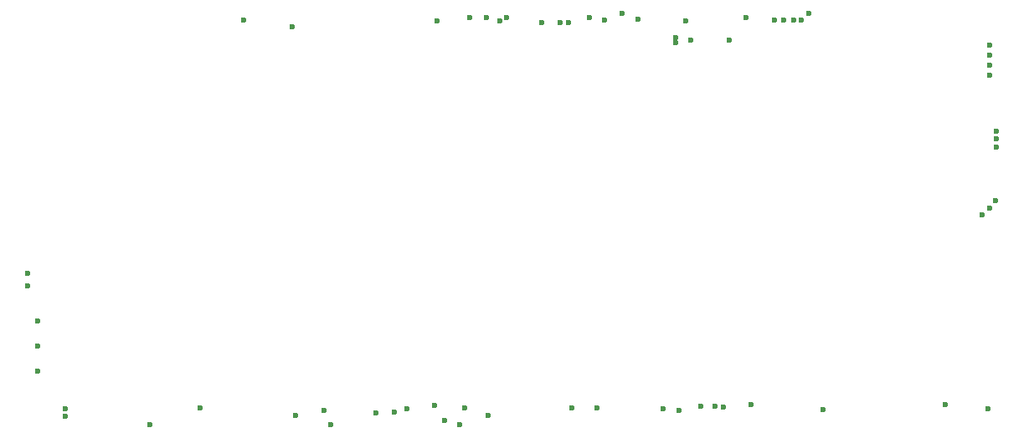
<source format=gtl>
G04 #@! TF.GenerationSoftware,KiCad,Pcbnew,9.0.1*
G04 #@! TF.CreationDate,2025-06-29T19:09:30+12:00*
G04 #@! TF.ProjectId,pdp-11-colour,7064702d-3131-42d6-936f-6c6f75722e6b,rev?*
G04 #@! TF.SameCoordinates,Original*
G04 #@! TF.FileFunction,Copper,L1,Top*
G04 #@! TF.FilePolarity,Positive*
%FSLAX46Y46*%
G04 Gerber Fmt 4.6, Leading zero omitted, Abs format (unit mm)*
G04 Created by KiCad (PCBNEW 9.0.1) date 2025-06-29 19:09:30*
%MOMM*%
%LPD*%
G01*
G04 APERTURE LIST*
G04 #@! TA.AperFunction,ViaPad*
%ADD10C,0.600000*%
G04 #@! TD*
G04 APERTURE END LIST*
D10*
X194750000Y-93050000D03*
X211410000Y-92990000D03*
X160900000Y-93675000D03*
X186944000Y-53340000D03*
X169320000Y-92890000D03*
X174430130Y-52907550D03*
X126700000Y-94550000D03*
X144950000Y-94550000D03*
X187470000Y-92540000D03*
X162798472Y-53308550D03*
X171900000Y-92900000D03*
X131760000Y-92870000D03*
X180225343Y-93159635D03*
X207125000Y-92575000D03*
X151400000Y-93325000D03*
X141075000Y-54225000D03*
X160750000Y-53308550D03*
X141425000Y-93675000D03*
X166300000Y-53875000D03*
X155475000Y-92600000D03*
X114300000Y-80518000D03*
X185287500Y-55626000D03*
X179832000Y-55880000D03*
X171107135Y-53308550D03*
X180850000Y-53650000D03*
X149550000Y-93350000D03*
X179832000Y-55372000D03*
X136150000Y-53600000D03*
X181350000Y-55626000D03*
X212315000Y-64825995D03*
X176075000Y-53507550D03*
X169048527Y-53875000D03*
X212315000Y-65625998D03*
X172675000Y-53575000D03*
X168200000Y-53875000D03*
X212275000Y-66425000D03*
X162050000Y-53675000D03*
X159025000Y-53308550D03*
X155750000Y-53709550D03*
X210825000Y-73277071D03*
X152650000Y-92975000D03*
X156450000Y-94161450D03*
X144275000Y-93125000D03*
X212175000Y-71882000D03*
X158025000Y-94562450D03*
X158500000Y-92850000D03*
X211575000Y-72677071D03*
X183861639Y-92682393D03*
X211650000Y-57150000D03*
X193294000Y-52907550D03*
X182372000Y-92710000D03*
X211650000Y-59182000D03*
X178600000Y-92958450D03*
X184658000Y-92758635D03*
X211650000Y-58166000D03*
X191770000Y-53594000D03*
X115316000Y-89154000D03*
X189830000Y-53594000D03*
X115316000Y-84074000D03*
X211582000Y-56134000D03*
X118110000Y-93726000D03*
X118110000Y-92925997D03*
X114300000Y-79248000D03*
X192570003Y-53594000D03*
X115316000Y-86614000D03*
X190754000Y-53594000D03*
M02*

</source>
